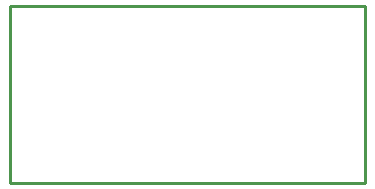
<source format=gko>
G04 Layer: BoardOutlineLayer*
G04 Panelize: , Column: 1, Row: 1, Board Size: 30mm x 15mm, Panelized Board Size: 30mm x 15mm*
G04 EasyEDA v6.5.39, 2025-05-21 18:04:40*
G04 ad319511b08b4bf7b3d5d7d4c81c1c8d,953214928e7c43af8b9c7e5a0e4489c6,10*
G04 Gerber Generator version 0.2*
G04 Scale: 100 percent, Rotated: No, Reflected: No *
G04 Dimensions in millimeters *
G04 leading zeros omitted , absolute positions ,4 integer and 5 decimal *
%FSLAX45Y45*%
%MOMM*%

%ADD10C,0.2540*%
D10*
X49403Y24701D02*
G01*
X3049397Y24701D01*
X3049397Y1524698D01*
X49403Y1524698D01*
X49403Y24701D01*

%LPD*%
M02*

</source>
